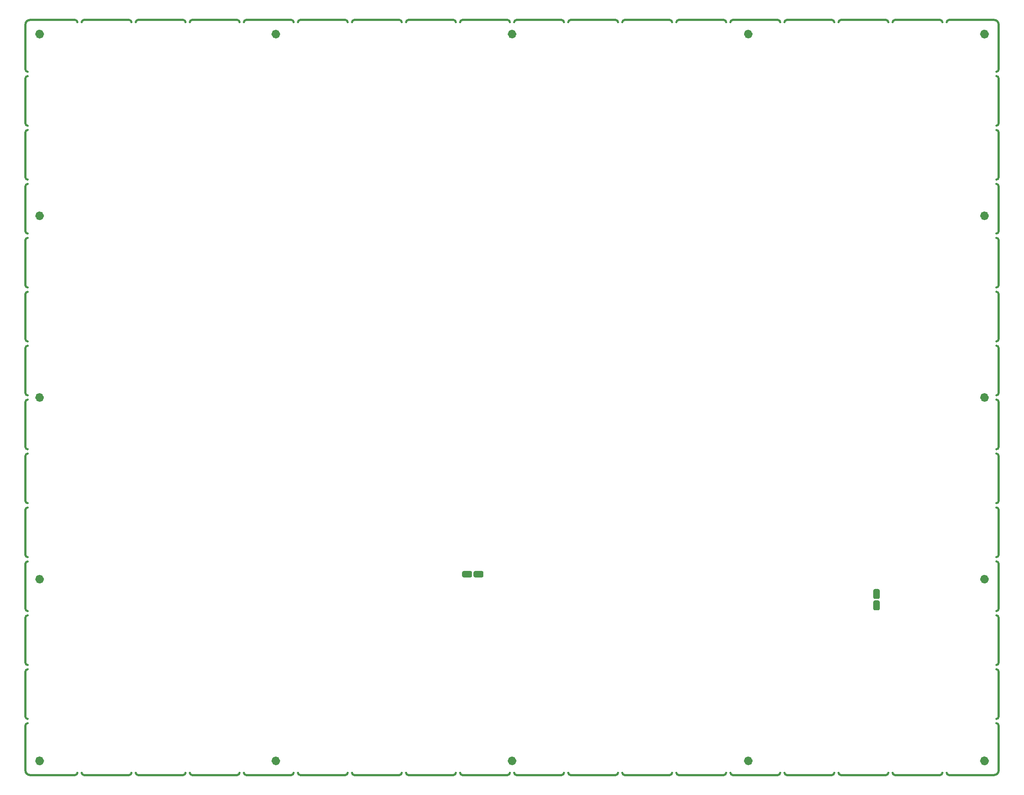
<source format=gtp>
G04 #@! TF.GenerationSoftware,KiCad,Pcbnew,7.0.1.1-36-gbcf78dbe24-dirty-deb11*
G04 #@! TF.CreationDate,2023-04-24T19:35:30+00:00*
G04 #@! TF.ProjectId,stencil,7374656e-6369-46c2-9e6b-696361645f70,2.0.0*
G04 #@! TF.SameCoordinates,Original*
G04 #@! TF.FileFunction,Paste,Top*
G04 #@! TF.FilePolarity,Positive*
%FSLAX46Y46*%
G04 Gerber Fmt 4.6, Leading zero omitted, Abs format (unit mm)*
G04 Created by KiCad (PCBNEW 7.0.1.1-36-gbcf78dbe24-dirty-deb11) date 2023-04-24 19:35:30*
%MOMM*%
%LPD*%
G01*
G04 APERTURE LIST*
G04 Aperture macros list*
%AMRoundRect*
0 Rectangle with rounded corners*
0 $1 Rounding radius*
0 $2 $3 $4 $5 $6 $7 $8 $9 X,Y pos of 4 corners*
0 Add a 4 corners polygon primitive as box body*
4,1,4,$2,$3,$4,$5,$6,$7,$8,$9,$2,$3,0*
0 Add four circle primitives for the rounded corners*
1,1,$1+$1,$2,$3*
1,1,$1+$1,$4,$5*
1,1,$1+$1,$6,$7*
1,1,$1+$1,$8,$9*
0 Add four rect primitives between the rounded corners*
20,1,$1+$1,$2,$3,$4,$5,0*
20,1,$1+$1,$4,$5,$6,$7,0*
20,1,$1+$1,$6,$7,$8,$9,0*
20,1,$1+$1,$8,$9,$2,$3,0*%
G04 Aperture macros list end*
%ADD10C,1.000000*%
%ADD11C,0.500000*%
%ADD12C,1.050000*%
%ADD13RoundRect,0.381000X-0.762000X-0.381000X0.762000X-0.381000X0.762000X0.381000X-0.762000X0.381000X0*%
%ADD14RoundRect,0.381000X-0.381000X0.762000X-0.381000X-0.762000X0.381000X-0.762000X0.381000X0.762000X0*%
G04 APERTURE END LIST*
D10*
X31125000Y136250000D02*
G75*
G03*
X31125000Y136250000I-500000J0D01*
G01*
D11*
X-3111112Y-34499988D02*
G75*
G03*
X-2611112Y-34000000I12J499988D01*
G01*
X-26500000Y14714290D02*
G75*
G03*
X-27000000Y14214290I1J-500001D01*
G01*
X11333332Y139499968D02*
G75*
G03*
X10833332Y139000000I-32J-499968D01*
G01*
X98444440Y-34500000D02*
X108888884Y-34500000D01*
X-27000000Y63928574D02*
X-27000000Y53500003D01*
X185555548Y-34500000D02*
X195999992Y-34500000D01*
X85500000Y-34000000D02*
G75*
G03*
X85999996Y-34500000I500000J0D01*
G01*
X-27000000Y-21071423D02*
G75*
G03*
X-26500000Y-21571423I500001J1D01*
G01*
X96444440Y-34500040D02*
G75*
G03*
X96944440Y-34000000I-40J500040D01*
G01*
D10*
X-23250000Y94375000D02*
G75*
G03*
X-23250000Y94375000I-500000J0D01*
G01*
D12*
X194275000Y-31250000D02*
G75*
G03*
X194275000Y-31250000I-525000J0D01*
G01*
D11*
X110888884Y-34500000D02*
X121333328Y-34500000D01*
X109388900Y139000000D02*
G75*
G03*
X108888884Y139500000I-500000J0D01*
G01*
X35722200Y-34000000D02*
G75*
G03*
X36222220Y-34500000I500000J0D01*
G01*
X84500000Y139000000D02*
G75*
G03*
X83999996Y139500000I-500000J0D01*
G01*
X73055600Y-34000000D02*
G75*
G03*
X73555552Y-34500000I500000J0D01*
G01*
X-27000000Y-23071423D02*
X-27000000Y-33499994D01*
X-14055550Y-34000000D02*
G75*
G03*
X-13555556Y-34500000I500000J0D01*
G01*
X197000048Y-10642852D02*
G75*
G03*
X196500000Y-10142852I-500048J-48D01*
G01*
X34222220Y-34500020D02*
G75*
G03*
X34722220Y-34000000I-20J500020D01*
G01*
X160666660Y139500000D02*
X171111104Y139500000D01*
X134277800Y139000000D02*
G75*
G03*
X133777772Y139500000I-500000J0D01*
G01*
X123333328Y139500000D02*
X133777772Y139500000D01*
X23277800Y-34000000D02*
G75*
G03*
X23777776Y-34500000I500000J0D01*
G01*
X196500000Y-21571400D02*
G75*
G03*
X197000000Y-21071423I0J500000D01*
G01*
X9333332Y-34500032D02*
G75*
G03*
X9833332Y-34000000I-32J500032D01*
G01*
D12*
X-23225000Y-31250000D02*
G75*
G03*
X-23225000Y-31250000I-525000J0D01*
G01*
D11*
X23777776Y-34500000D02*
X34222220Y-34500000D01*
X196500000Y28142900D02*
G75*
G03*
X197000000Y28642861I0J500000D01*
G01*
X197000000Y-10642852D02*
X197000000Y-21071423D01*
X197000000Y39071432D02*
X197000000Y28642861D01*
X-26500000Y2285719D02*
G75*
G03*
X-27000000Y1785719I1J-500001D01*
G01*
X-27000000Y115642858D02*
G75*
G03*
X-26500000Y115142858I500001J1D01*
G01*
X-27000000Y103214287D02*
G75*
G03*
X-26500000Y102714287I500001J1D01*
G01*
X73555552Y-34500000D02*
X83999996Y-34500000D01*
X148222216Y139499984D02*
G75*
G03*
X147722216Y139000000I-16J-499984D01*
G01*
X197000000Y1785719D02*
X197000000Y-8642852D01*
D10*
X-23250000Y52500000D02*
G75*
G03*
X-23250000Y52500000I-500000J0D01*
G01*
D11*
X-26500000Y76857145D02*
G75*
G03*
X-27000000Y76357145I1J-500001D01*
G01*
X-27000000Y113642858D02*
X-27000000Y103214287D01*
X197000000Y76357145D02*
X197000000Y65928574D01*
D10*
X85500000Y-31250000D02*
G75*
G03*
X85500000Y-31250000I-500000J0D01*
G01*
D11*
X-26500000Y114142858D02*
G75*
G03*
X-27000000Y113642858I1J-500001D01*
G01*
X171611100Y139000000D02*
G75*
G03*
X171111104Y139500000I-500000J0D01*
G01*
X196500000Y-9142900D02*
G75*
G03*
X197000000Y-8642852I0J500000D01*
G01*
X196500000Y115142900D02*
G75*
G03*
X197000000Y115642858I0J500000D01*
G01*
X158666660Y-34499960D02*
G75*
G03*
X159166660Y-34000000I40J499960D01*
G01*
X196500000Y102714300D02*
G75*
G03*
X197000000Y103214287I0J500000D01*
G01*
X197000000Y-23071423D02*
X197000000Y-33499994D01*
X160166700Y-34000000D02*
G75*
G03*
X160666660Y-34500000I500000J0D01*
G01*
X-27000000Y28642861D02*
G75*
G03*
X-26500000Y28142861I500001J1D01*
G01*
X146222216Y-34500016D02*
G75*
G03*
X146722216Y-34000000I-16J500016D01*
G01*
X-27000000Y26642861D02*
X-27000000Y16214290D01*
X59111108Y-34500008D02*
G75*
G03*
X59611108Y-34000000I-8J500008D01*
G01*
X171111104Y-34500004D02*
G75*
G03*
X171611104Y-34000000I-4J500004D01*
G01*
X47166700Y139000000D02*
G75*
G03*
X46666664Y139500000I-500000J0D01*
G01*
D10*
X194250000Y52500000D02*
G75*
G03*
X194250000Y52500000I-500000J0D01*
G01*
D11*
X73555552Y139500000D02*
X83999996Y139500000D01*
X-27000000Y101214287D02*
X-27000000Y90785716D01*
X-27000000Y90785716D02*
G75*
G03*
X-26500000Y90285716I500001J1D01*
G01*
D10*
X139875000Y136250000D02*
G75*
G03*
X139875000Y136250000I-500000J0D01*
G01*
D11*
X71555552Y-34499952D02*
G75*
G03*
X72055552Y-34000000I48J499952D01*
G01*
X-26500000Y101714287D02*
G75*
G03*
X-27000000Y101214287I1J-500001D01*
G01*
X196500000Y77857100D02*
G75*
G03*
X197000000Y78357145I0J500000D01*
G01*
X197000000Y138500000D02*
G75*
G03*
X196000000Y139500000I-1000000J0D01*
G01*
D10*
X31125000Y-31250000D02*
G75*
G03*
X31125000Y-31250000I-500000J0D01*
G01*
D11*
X96944400Y139000000D02*
G75*
G03*
X96444440Y139500000I-500000J0D01*
G01*
X148222216Y-34500000D02*
X158666660Y-34500000D01*
X110388900Y-34000000D02*
G75*
G03*
X110888884Y-34500000I500000J0D01*
G01*
X98444440Y139500000D02*
X108888884Y139500000D01*
X135277800Y-34000000D02*
G75*
G03*
X135777772Y-34500000I500000J0D01*
G01*
D12*
X194275000Y136250000D02*
G75*
G03*
X194275000Y136250000I-525000J0D01*
G01*
D11*
X147722200Y-34000000D02*
G75*
G03*
X148222216Y-34500000I500000J0D01*
G01*
D10*
X-23250000Y10625000D02*
G75*
G03*
X-23250000Y10625000I-500000J0D01*
G01*
D11*
X11333332Y139500000D02*
X21777776Y139500000D01*
X-27000000Y138500000D02*
X-27000000Y128071429D01*
X148222216Y139500000D02*
X158666660Y139500000D01*
X-27000000Y39071432D02*
X-27000000Y28642861D01*
X-1111112Y139500000D02*
X9333332Y139500000D01*
X-27000000Y126071429D02*
X-27000000Y115642858D01*
X98444440Y139499960D02*
G75*
G03*
X97944440Y139000000I-40J-499960D01*
G01*
X197000000Y26642861D02*
X197000000Y16214290D01*
D12*
X-23225000Y136250000D02*
G75*
G03*
X-23225000Y136250000I-525000J0D01*
G01*
D11*
X-26500000Y39571432D02*
G75*
G03*
X-27000000Y39071432I1J-500001D01*
G01*
X197000000Y14214290D02*
X197000000Y3785719D01*
X135777772Y139500000D02*
X146222216Y139500000D01*
X85999996Y-34500000D02*
X96444440Y-34500000D01*
X-27000000Y128071429D02*
G75*
G03*
X-26500000Y127571429I500001J1D01*
G01*
X135777772Y-34500000D02*
X146222216Y-34500000D01*
X61111108Y139500000D02*
X71555552Y139500000D01*
X-27000000Y51500003D02*
X-27000000Y41071432D01*
X135777772Y139500028D02*
G75*
G03*
X135277772Y139000000I28J-500028D01*
G01*
X-1611100Y-34000000D02*
G75*
G03*
X-1111112Y-34500000I500000J0D01*
G01*
X160666660Y-34500000D02*
X171111104Y-34500000D01*
X196999961Y26642861D02*
G75*
G03*
X196500000Y27142861I-499961J39D01*
G01*
X123333328Y139499972D02*
G75*
G03*
X122833328Y139000000I-28J-499972D01*
G01*
X-27000000Y1785719D02*
X-27000000Y-8642852D01*
X197000000Y126071429D02*
X197000000Y115642858D01*
X196999974Y63928574D02*
G75*
G03*
X196500000Y64428574I-499974J26D01*
G01*
X83999996Y-34499996D02*
G75*
G03*
X84499996Y-34000000I4J499996D01*
G01*
X197000000Y63928574D02*
X197000000Y53500003D01*
X196000000Y-34500000D02*
G75*
G03*
X197000000Y-33500000I0J1000000D01*
G01*
X-26000000Y-34500000D02*
X-15555556Y-34500000D01*
X48166700Y-34000000D02*
G75*
G03*
X48666664Y-34500000I500000J0D01*
G01*
X197000003Y51500003D02*
G75*
G03*
X196500000Y52000003I-500003J-3D01*
G01*
X196500000Y53000000D02*
G75*
G03*
X197000000Y53500003I0J500000D01*
G01*
X-26000000Y139500000D02*
X-15555556Y139500000D01*
X196500000Y3285700D02*
G75*
G03*
X197000000Y3785719I0J500000D01*
G01*
X21777776Y-34499976D02*
G75*
G03*
X22277776Y-34000000I24J499976D01*
G01*
X183555548Y-34500048D02*
G75*
G03*
X184055548Y-34000000I-48J500048D01*
G01*
X-26500000Y64428574D02*
G75*
G03*
X-27000000Y63928574I1J-500001D01*
G01*
X110888884Y139500000D02*
X121333328Y139500000D01*
X11333332Y-34500000D02*
X21777776Y-34500000D01*
X197000000Y101214287D02*
X197000000Y90785716D01*
D10*
X194250000Y94375000D02*
G75*
G03*
X194250000Y94375000I-500000J0D01*
G01*
D11*
X72055600Y139000000D02*
G75*
G03*
X71555552Y139500000I-500000J0D01*
G01*
X48666664Y139500036D02*
G75*
G03*
X48166664Y139000000I36J-500036D01*
G01*
X-2611100Y139000000D02*
G75*
G03*
X-3111112Y139500000I-500000J0D01*
G01*
X197000029Y126071429D02*
G75*
G03*
X196500000Y126571429I-500029J-29D01*
G01*
X-27000000Y65928574D02*
G75*
G03*
X-26500000Y65428574I500001J1D01*
G01*
X-27000000Y53500003D02*
G75*
G03*
X-26500000Y53000003I500001J1D01*
G01*
X197000000Y113642858D02*
X197000000Y103214287D01*
X-13555556Y139500006D02*
G75*
G03*
X-14055556Y139000000I6J-500006D01*
G01*
X48666664Y139500000D02*
X59111108Y139500000D01*
X196500000Y90285700D02*
G75*
G03*
X197000000Y90785716I0J500000D01*
G01*
X197000016Y88785716D02*
G75*
G03*
X196500000Y89285716I-500016J-16D01*
G01*
X173111104Y139499996D02*
G75*
G03*
X172611104Y139000000I-4J-499996D01*
G01*
X196999977Y-23071423D02*
G75*
G03*
X196500000Y-22571423I-499977J23D01*
G01*
X22277800Y139000000D02*
G75*
G03*
X21777776Y139500000I-500000J0D01*
G01*
X23777776Y139500024D02*
G75*
G03*
X23277776Y139000000I24J-500024D01*
G01*
X172611100Y-34000000D02*
G75*
G03*
X173111104Y-34500000I500000J0D01*
G01*
X121833300Y139000000D02*
G75*
G03*
X121333328Y139500000I-500000J0D01*
G01*
X85999996Y139500004D02*
G75*
G03*
X85499996Y139000000I4J-500004D01*
G01*
X36222220Y139499980D02*
G75*
G03*
X35722220Y139000000I-20J-499980D01*
G01*
X46666664Y-34499964D02*
G75*
G03*
X47166664Y-34000000I36J499964D01*
G01*
X36222220Y-34500000D02*
X46666664Y-34500000D01*
X-27000000Y88785716D02*
X-27000000Y78357145D01*
X121333328Y-34500028D02*
G75*
G03*
X121833328Y-34000000I-28J500028D01*
G01*
D10*
X139875000Y-31250000D02*
G75*
G03*
X139875000Y-31250000I-500000J0D01*
G01*
D11*
X133777772Y-34499972D02*
G75*
G03*
X134277772Y-34000000I28J499972D01*
G01*
X110888884Y139500016D02*
G75*
G03*
X110388884Y139000000I16J-500016D01*
G01*
X36222220Y139500000D02*
X46666664Y139500000D01*
X23777776Y139500000D02*
X34222220Y139500000D01*
X-13555556Y-34500000D02*
X-3111112Y-34500000D01*
X159166700Y139000000D02*
G75*
G03*
X158666660Y139500000I-500000J0D01*
G01*
X-27000000Y76357145D02*
X-27000000Y65928574D01*
X61111108Y-34500000D02*
X71555552Y-34500000D01*
X108888884Y-34499984D02*
G75*
G03*
X109388884Y-34000000I16J499984D01*
G01*
X185555548Y139500000D02*
X195999992Y139500000D01*
X-26500000Y52000003D02*
G75*
G03*
X-27000000Y51500003I1J-500001D01*
G01*
X160666660Y139500040D02*
G75*
G03*
X160166660Y139000000I40J-500040D01*
G01*
X197000000Y88785716D02*
X197000000Y78357145D01*
X73555552Y139500048D02*
G75*
G03*
X73055552Y139000000I48J-500048D01*
G01*
X10833300Y-34000000D02*
G75*
G03*
X11333332Y-34500000I500000J0D01*
G01*
X196999987Y101214287D02*
G75*
G03*
X196500000Y101714287I-499987J13D01*
G01*
X-27000000Y3785719D02*
G75*
G03*
X-26500000Y3285719I500001J1D01*
G01*
X-15055560Y139000000D02*
G75*
G03*
X-15555556Y139500000I-500000J0D01*
G01*
X-26500000Y89285716D02*
G75*
G03*
X-27000000Y88785716I1J-500001D01*
G01*
X185555548Y139499952D02*
G75*
G03*
X185055548Y139000000I-48J-499952D01*
G01*
X-26500000Y-22571423D02*
G75*
G03*
X-27000000Y-23071423I1J-500001D01*
G01*
X-26500000Y126571429D02*
G75*
G03*
X-27000000Y126071429I1J-500001D01*
G01*
X-27000000Y-10642852D02*
X-27000000Y-21071423D01*
X-26000000Y139500000D02*
G75*
G03*
X-27000000Y138500000I-1J-999999D01*
G01*
X196500000Y127571400D02*
G75*
G03*
X197000000Y128071429I0J500000D01*
G01*
X123333328Y-34500000D02*
X133777772Y-34500000D01*
X-26500000Y27142861D02*
G75*
G03*
X-27000000Y26642861I1J-500001D01*
G01*
X146722200Y139000000D02*
G75*
G03*
X146222216Y139500000I-500000J0D01*
G01*
X85999996Y139500000D02*
X96444440Y139500000D01*
X197000019Y1785719D02*
G75*
G03*
X196500000Y2285719I-500019J-19D01*
G01*
X196500000Y15714300D02*
G75*
G03*
X197000000Y16214290I0J500000D01*
G01*
X9833300Y139000000D02*
G75*
G03*
X9333332Y139500000I-500000J0D01*
G01*
X196999958Y113642858D02*
G75*
G03*
X196500000Y114142858I-499958J42D01*
G01*
X61111108Y139499992D02*
G75*
G03*
X60611108Y139000000I-8J-499992D01*
G01*
X-27000000Y41071432D02*
G75*
G03*
X-26500000Y40571432I500001J1D01*
G01*
X196500000Y65428600D02*
G75*
G03*
X197000000Y65928574I0J500000D01*
G01*
X197000032Y39071432D02*
G75*
G03*
X196500000Y39571432I-500032J-32D01*
G01*
X196999990Y14214290D02*
G75*
G03*
X196500000Y14714290I-499990J10D01*
G01*
D10*
X85500000Y136250000D02*
G75*
G03*
X85500000Y136250000I-500000J0D01*
G01*
D11*
X197000000Y138500000D02*
X197000000Y128071429D01*
X48666664Y-34500000D02*
X59111108Y-34500000D01*
X-1111112Y-34500000D02*
X9333332Y-34500000D01*
X-13555556Y139500000D02*
X-3111112Y139500000D01*
X197000000Y51500003D02*
X197000000Y41071432D01*
X59611100Y139000000D02*
G75*
G03*
X59111108Y139500000I-500000J0D01*
G01*
X173111104Y-34500000D02*
X183555548Y-34500000D01*
X-26500000Y-10142852D02*
G75*
G03*
X-27000000Y-10642852I1J-500001D01*
G01*
X-1111112Y139500012D02*
G75*
G03*
X-1611112Y139000000I12J-500012D01*
G01*
X184055500Y139000000D02*
G75*
G03*
X183555548Y139500000I-500000J0D01*
G01*
X34722200Y139000000D02*
G75*
G03*
X34222220Y139500000I-500000J0D01*
G01*
X97944400Y-34000000D02*
G75*
G03*
X98444440Y-34500000I500000J0D01*
G01*
X122833300Y-34000000D02*
G75*
G03*
X123333328Y-34500000I500000J0D01*
G01*
D10*
X194250000Y10625000D02*
G75*
G03*
X194250000Y10625000I-500000J0D01*
G01*
D11*
X-27000000Y-8642852D02*
G75*
G03*
X-26500000Y-9142852I500001J1D01*
G01*
X185055500Y-34000000D02*
G75*
G03*
X185555548Y-34500000I500000J0D01*
G01*
X-27000000Y16214290D02*
G75*
G03*
X-26500000Y15714290I500001J1D01*
G01*
X173111104Y139500000D02*
X183555548Y139500000D01*
X-27000000Y78357145D02*
G75*
G03*
X-26500000Y77857145I500001J1D01*
G01*
X197000045Y76357145D02*
G75*
G03*
X196500000Y76857145I-500045J-45D01*
G01*
X196500000Y40571400D02*
G75*
G03*
X197000000Y41071432I0J500000D01*
G01*
X-27000000Y14214290D02*
X-27000000Y3785719D01*
X60611100Y-34000000D02*
G75*
G03*
X61111108Y-34500000I500000J0D01*
G01*
X-15555556Y-34500004D02*
G75*
G03*
X-15055556Y-34000000I-4J500004D01*
G01*
X-27000000Y-33500000D02*
G75*
G03*
X-26000000Y-34500000I999999J-1D01*
G01*
D13*
G04 #@! TO.C,F4*
X74670000Y11800000D03*
X77270000Y11800000D03*
G04 #@! TD*
D14*
G04 #@! TO.C,F5*
X168930000Y7194000D03*
X168930000Y4594000D03*
G04 #@! TD*
M02*

</source>
